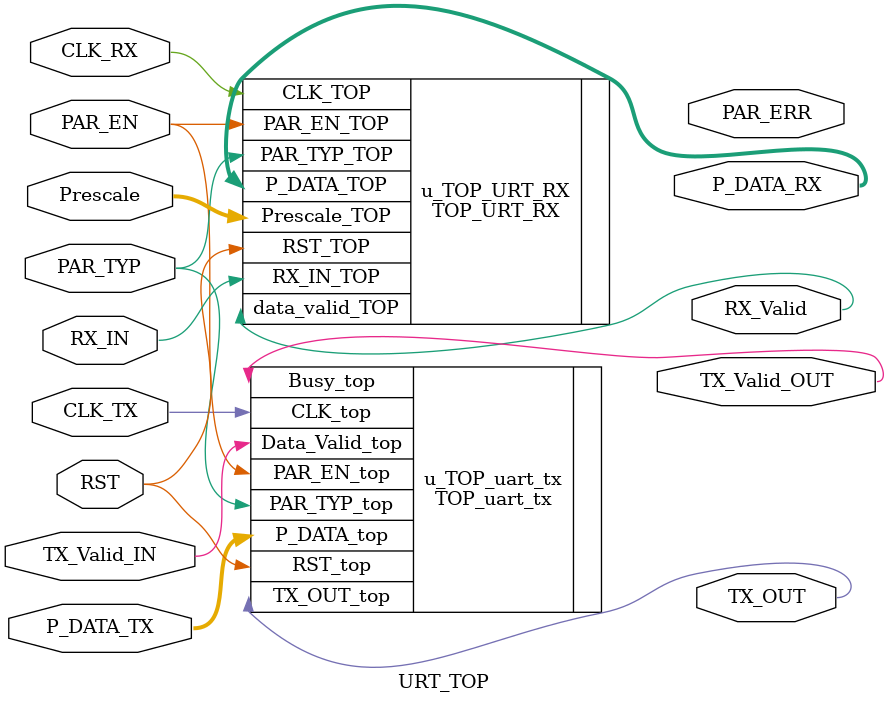
<source format=v>
module URT_TOP #(parameter DATA_SIZE =8 , PRESCALE_WIDTH =5) (
input     wire                         CLK_TX,
input     wire  [7:0]                  P_DATA_TX,        
input     wire                         TX_Valid_IN,

output    wire                         TX_Valid_OUT,
output    wire                         TX_OUT,


input     wire                         CLK_RX,
input     wire                         RX_IN,
input     wire  [PRESCALE_WIDTH-1:0]   Prescale,

output    wire  [7:0]                  P_DATA_RX,        
output    wire                         RX_Valid,


input     wire                         RST,
input     wire                         PAR_EN,
input     wire                         PAR_TYP,
output    wire                         PAR_ERR
);

TOP_uart_tx 
#(
    .DATA_SIZE_top (DATA_SIZE )
)
u_TOP_uart_tx(
    .CLK_top        (CLK_TX         ),
    .RST_top        (RST            ),
    .P_DATA_top     (P_DATA_TX      ),
    .Data_Valid_top (TX_Valid_IN    ),
    .PAR_EN_top     (PAR_EN         ),
    .PAR_TYP_top    (PAR_TYP        ),
    .TX_OUT_top     (TX_OUT         ),
    .Busy_top       (TX_Valid_OUT   )
);

TOP_URT_RX u_TOP_URT_RX(
    .CLK_TOP        (CLK_RX     ),
    .RST_TOP        (RST        ),
    .RX_IN_TOP      (RX_IN      ),
    .PAR_EN_TOP     (PAR_EN     ),
    .PAR_TYP_TOP    (PAR_TYP    ),
    .Prescale_TOP   (Prescale   ),
    .P_DATA_TOP     (P_DATA_RX  ),
    .data_valid_TOP (RX_Valid   )
);

endmodule

</source>
